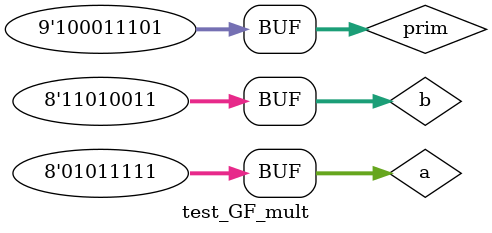
<source format=v>
`timescale 1ns / 1ps
module test_GF_mult();

	parameter N=8;
	
	reg [N-1:0] a,b;
	reg [N:0] prim;
	wire [N-1:0] out;

	GF_mult #(.N(N)) uut(.a(a),.b(b),.prim(prim),.out(out));
	
	initial begin
		a=8'h5f;
		b=8'hd3;
		prim=9'h11d;
	end
endmodule

</source>
